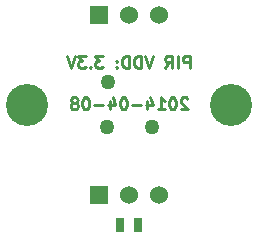
<source format=gbs>
G04 (created by PCBNEW (2013-june-11)-stable) date Tue 08 Apr 2014 06:28:42 PM PDT*
%MOIN*%
G04 Gerber Fmt 3.4, Leading zero omitted, Abs format*
%FSLAX34Y34*%
G01*
G70*
G90*
G04 APERTURE LIST*
%ADD10C,0.00590551*%
%ADD11C,0.01*%
%ADD12C,0.05*%
%ADD13C,0.14*%
%ADD14R,0.06X0.06*%
%ADD15C,0.06*%
%ADD16R,0.025X0.045*%
G04 APERTURE END LIST*
G54D10*
G54D11*
X84319Y-57081D02*
X84319Y-56681D01*
X84166Y-56681D01*
X84128Y-56700D01*
X84109Y-56720D01*
X84090Y-56758D01*
X84090Y-56815D01*
X84109Y-56853D01*
X84128Y-56872D01*
X84166Y-56891D01*
X84319Y-56891D01*
X83919Y-57081D02*
X83919Y-56681D01*
X83500Y-57081D02*
X83633Y-56891D01*
X83728Y-57081D02*
X83728Y-56681D01*
X83576Y-56681D01*
X83538Y-56700D01*
X83519Y-56720D01*
X83500Y-56758D01*
X83500Y-56815D01*
X83519Y-56853D01*
X83538Y-56872D01*
X83576Y-56891D01*
X83728Y-56891D01*
X83080Y-56681D02*
X82947Y-57081D01*
X82814Y-56681D01*
X82680Y-57081D02*
X82680Y-56681D01*
X82585Y-56681D01*
X82528Y-56700D01*
X82490Y-56739D01*
X82471Y-56777D01*
X82452Y-56853D01*
X82452Y-56910D01*
X82471Y-56986D01*
X82490Y-57024D01*
X82528Y-57062D01*
X82585Y-57081D01*
X82680Y-57081D01*
X82280Y-57081D02*
X82280Y-56681D01*
X82185Y-56681D01*
X82128Y-56700D01*
X82090Y-56739D01*
X82071Y-56777D01*
X82052Y-56853D01*
X82052Y-56910D01*
X82071Y-56986D01*
X82090Y-57024D01*
X82128Y-57062D01*
X82185Y-57081D01*
X82280Y-57081D01*
X81880Y-57043D02*
X81861Y-57062D01*
X81880Y-57081D01*
X81900Y-57062D01*
X81880Y-57043D01*
X81880Y-57081D01*
X81880Y-56834D02*
X81861Y-56853D01*
X81880Y-56872D01*
X81900Y-56853D01*
X81880Y-56834D01*
X81880Y-56872D01*
X81423Y-56681D02*
X81176Y-56681D01*
X81309Y-56834D01*
X81252Y-56834D01*
X81214Y-56853D01*
X81195Y-56872D01*
X81176Y-56910D01*
X81176Y-57005D01*
X81195Y-57043D01*
X81214Y-57062D01*
X81252Y-57081D01*
X81366Y-57081D01*
X81404Y-57062D01*
X81423Y-57043D01*
X81004Y-57043D02*
X80985Y-57062D01*
X81004Y-57081D01*
X81023Y-57062D01*
X81004Y-57043D01*
X81004Y-57081D01*
X80852Y-56681D02*
X80604Y-56681D01*
X80738Y-56834D01*
X80680Y-56834D01*
X80642Y-56853D01*
X80623Y-56872D01*
X80604Y-56910D01*
X80604Y-57005D01*
X80623Y-57043D01*
X80642Y-57062D01*
X80680Y-57081D01*
X80795Y-57081D01*
X80833Y-57062D01*
X80852Y-57043D01*
X80490Y-56681D02*
X80357Y-57081D01*
X80223Y-56681D01*
X84242Y-58100D02*
X84223Y-58080D01*
X84185Y-58061D01*
X84090Y-58061D01*
X84052Y-58080D01*
X84033Y-58100D01*
X84014Y-58138D01*
X84014Y-58176D01*
X84033Y-58233D01*
X84261Y-58461D01*
X84014Y-58461D01*
X83766Y-58061D02*
X83728Y-58061D01*
X83690Y-58080D01*
X83671Y-58100D01*
X83652Y-58138D01*
X83633Y-58214D01*
X83633Y-58309D01*
X83652Y-58385D01*
X83671Y-58423D01*
X83690Y-58442D01*
X83728Y-58461D01*
X83766Y-58461D01*
X83804Y-58442D01*
X83823Y-58423D01*
X83842Y-58385D01*
X83861Y-58309D01*
X83861Y-58214D01*
X83842Y-58138D01*
X83823Y-58100D01*
X83804Y-58080D01*
X83766Y-58061D01*
X83252Y-58461D02*
X83480Y-58461D01*
X83366Y-58461D02*
X83366Y-58061D01*
X83404Y-58119D01*
X83442Y-58157D01*
X83480Y-58176D01*
X82909Y-58195D02*
X82909Y-58461D01*
X83004Y-58042D02*
X83100Y-58328D01*
X82852Y-58328D01*
X82700Y-58309D02*
X82395Y-58309D01*
X82128Y-58061D02*
X82090Y-58061D01*
X82052Y-58080D01*
X82033Y-58100D01*
X82014Y-58138D01*
X81995Y-58214D01*
X81995Y-58309D01*
X82014Y-58385D01*
X82033Y-58423D01*
X82052Y-58442D01*
X82090Y-58461D01*
X82128Y-58461D01*
X82166Y-58442D01*
X82185Y-58423D01*
X82204Y-58385D01*
X82223Y-58309D01*
X82223Y-58214D01*
X82204Y-58138D01*
X82185Y-58100D01*
X82166Y-58080D01*
X82128Y-58061D01*
X81652Y-58195D02*
X81652Y-58461D01*
X81747Y-58042D02*
X81842Y-58328D01*
X81595Y-58328D01*
X81442Y-58309D02*
X81138Y-58309D01*
X80871Y-58061D02*
X80833Y-58061D01*
X80795Y-58080D01*
X80776Y-58100D01*
X80757Y-58138D01*
X80738Y-58214D01*
X80738Y-58309D01*
X80757Y-58385D01*
X80776Y-58423D01*
X80795Y-58442D01*
X80833Y-58461D01*
X80871Y-58461D01*
X80909Y-58442D01*
X80928Y-58423D01*
X80947Y-58385D01*
X80966Y-58309D01*
X80966Y-58214D01*
X80947Y-58138D01*
X80928Y-58100D01*
X80909Y-58080D01*
X80871Y-58061D01*
X80509Y-58233D02*
X80547Y-58214D01*
X80566Y-58195D01*
X80585Y-58157D01*
X80585Y-58138D01*
X80566Y-58100D01*
X80547Y-58080D01*
X80509Y-58061D01*
X80433Y-58061D01*
X80395Y-58080D01*
X80376Y-58100D01*
X80357Y-58138D01*
X80357Y-58157D01*
X80376Y-58195D01*
X80395Y-58214D01*
X80433Y-58233D01*
X80509Y-58233D01*
X80547Y-58252D01*
X80566Y-58271D01*
X80585Y-58309D01*
X80585Y-58385D01*
X80566Y-58423D01*
X80547Y-58442D01*
X80509Y-58461D01*
X80433Y-58461D01*
X80395Y-58442D01*
X80376Y-58423D01*
X80357Y-58385D01*
X80357Y-58309D01*
X80376Y-58271D01*
X80395Y-58252D01*
X80433Y-58233D01*
G54D12*
X81580Y-57560D03*
X81560Y-59060D03*
X83060Y-59060D03*
G54D13*
X78900Y-58300D03*
G54D14*
X81300Y-55300D03*
G54D15*
X82300Y-55300D03*
X83300Y-55300D03*
G54D14*
X81300Y-61300D03*
G54D15*
X82300Y-61300D03*
X83300Y-61300D03*
G54D13*
X85700Y-58300D03*
G54D16*
X82600Y-62300D03*
X82000Y-62300D03*
M02*

</source>
